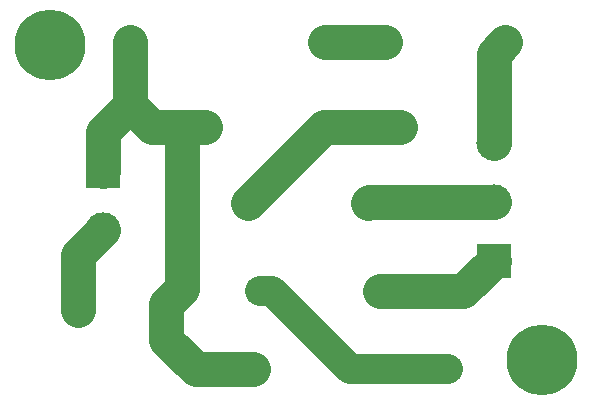
<source format=gbl>
G04*
G04 #@! TF.GenerationSoftware,Altium Limited,Altium Designer,19.1.8 (144)*
G04*
G04 Layer_Physical_Order=2*
G04 Layer_Color=16711680*
%FSLAX24Y24*%
%MOIN*%
G70*
G01*
G75*
%ADD23C,0.0984*%
%ADD25C,0.1181*%
%ADD26R,0.1181X0.1181*%
%ADD27C,0.0984*%
%ADD28C,0.2362*%
%ADD29C,0.0787*%
%ADD30C,0.1181*%
D23*
X9055Y3031D02*
X11654Y433D01*
X8669Y3031D02*
X9055D01*
X11654Y433D02*
X14921D01*
D25*
X3435Y5079D02*
D03*
X16457Y6024D02*
D03*
Y7992D02*
D03*
D26*
X3435Y7047D02*
D03*
X16457Y4055D02*
D03*
D27*
X8669Y3031D02*
D03*
X12669D02*
D03*
X12835Y11339D02*
D03*
X16835D02*
D03*
X12268Y5984D02*
D03*
X8268D02*
D03*
D28*
X18071Y748D02*
D03*
X1654Y11260D02*
D03*
D29*
X2598Y2402D02*
D03*
X5551Y1417D02*
D03*
X4331Y11339D02*
D03*
X10831D02*
D03*
X8421Y433D02*
D03*
X14921D02*
D03*
X6846Y8504D02*
D03*
X13346D02*
D03*
D30*
X10831Y11339D02*
X12835D01*
X8268Y5984D02*
X10787Y8504D01*
X13346D01*
X16457Y10961D02*
X16835Y11339D01*
X16457Y7992D02*
Y10961D01*
X12268Y5984D02*
X12307Y6024D01*
X16457D01*
X15433Y3031D02*
X16457Y4055D01*
X12669Y3031D02*
X15433D01*
X5079Y8504D02*
X6102D01*
X6063Y8465D02*
X6102Y8504D01*
X6846D01*
X6063Y3110D02*
Y8465D01*
X5551Y2598D02*
X6063Y3110D01*
X5551Y1417D02*
Y2598D01*
X6535Y433D02*
X8421D01*
X5551Y1417D02*
X6535Y433D01*
X2598Y4242D02*
X3435Y5079D01*
X2598Y2402D02*
Y4242D01*
X4331Y9252D02*
X5079Y8504D01*
X3435Y8356D02*
X4331Y9252D01*
Y11339D01*
X3435Y7047D02*
Y8356D01*
M02*

</source>
